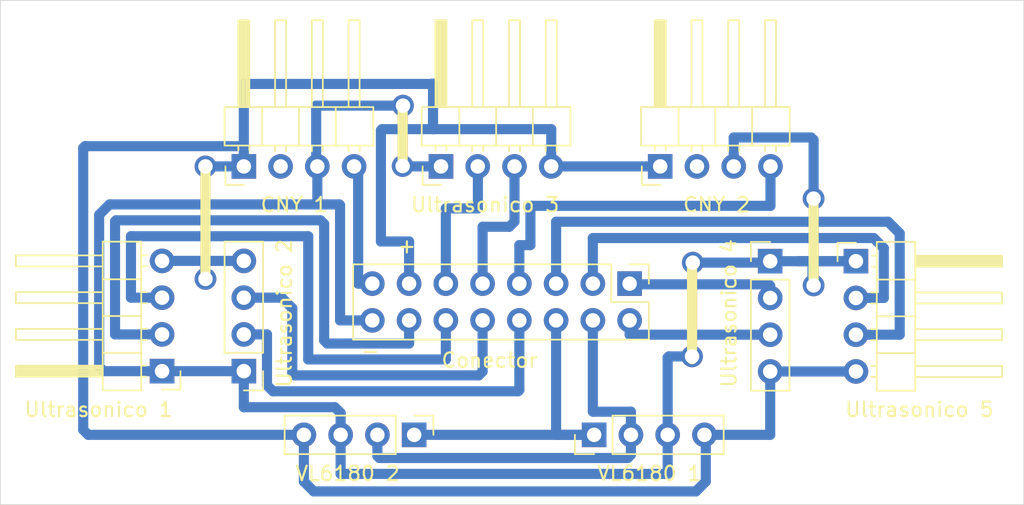
<source format=kicad_pcb>
(kicad_pcb (version 20240108) (generator "pcbnew") (generator_version "8.0")
  (layers (0 "F.Cu" signal) (31 "B.Cu" signal) (34 "B.Paste" user) (35 "F.Paste" user) (36 "B.SilkS" user "B.Silkscreen") (37 "F.SilkS" user "F.Silkscreen") (38 "B.Mask" user) (39 "F.Mask" user) (44 "Edge.Cuts" user))
  (net 0 "")
  (net 2 "GND")
  (net 3 "+5V")
  (net 5 "CNY 1")
  (net 6 "CNY 2")
  (net 7 "TRIG 3")
  (net 8 "ECHO 5")
  (net 9 "ECHO 2")
  (net 10 "TRIG 1")
  (net 11 "ECHO 1")
  (net 12 "TRIG 5")
  (net 13 "TRIG 2")
  (net 14 "ECHO 3")
  (net 15 "ECHO 4")
  (net 16 "TRIG 4")
  (net 17 "SCL")
  (net 18 "SDA")
  (footprint "Connector_PinHeader_2.54mm:PinHeader_2x08_P2.54mm_Vertical" (layer "F.Cu") (at 177.985 67.175 -90)
    (property "Reference" "Conector" (at 5.3 9.685 180) (layer "F.SilkS"))
    (property "Value" "Conexion Sensores")
    (fp_line (start -1.33 19.11) (end 3.87 19.11) (stroke (width 0.12)) (layer "F.SilkS"))
    (fp_line (start -1.33 1.27) (end -1.33 19.11) (stroke (width 0.12)) (layer "F.SilkS"))
    (fp_line (start -1.33 1.27) (end 1.27 1.27) (stroke (width 0.12)) (layer "F.SilkS"))
    (fp_line (start 1.27 1.27) (end 1.27 -1.33) (stroke (width 0.12)) (layer "F.SilkS"))
    (fp_line (start -1.33 0) (end -1.33 -1.33) (stroke (width 0.12)) (layer "F.SilkS"))
    (fp_line (start -1.33 -1.33) (end 0 -1.33) (stroke (width 0.12)) (layer "F.SilkS"))
    (fp_line (start 1.27 -1.33) (end 3.87 -1.33) (stroke (width 0.12)) (layer "F.SilkS"))
    (fp_line (start 3.87 -1.33) (end 3.87 19.11) (stroke (width 0.12)) (layer "F.SilkS"))
    (pad "1" thru_hole rect (at 0 0 270) (size 1.7 1.7) (drill 1) (layers "*.Cu" "*.Mask") (net 15 "ECHO 4"))
    (pad "2" thru_hole oval (at 2.54 0 270) (size 1.7 1.7) (drill 1) (layers "*.Cu" "*.Mask") (net 16 "TRIG 4"))
    (pad "3" thru_hole oval (at 0 2.54 270) (size 1.7 1.7) (drill 1) (layers "*.Cu" "*.Mask") (net 8 "ECHO 5"))
    (pad "4" thru_hole oval (at 2.54 2.54 270) (size 1.7 1.7) (drill 1) (layers "*.Cu" "*.Mask") (net 17 "SCL"))
    (pad "5" thru_hole oval (at 0 5.08 270) (size 1.7 1.7) (drill 1) (layers "*.Cu" "*.Mask") (net 12 "TRIG 5"))
    (pad "6" thru_hole oval (at 2.54 5.08 270) (size 1.7 1.7) (drill 1) (layers "*.Cu" "*.Mask") (net 18 "SDA"))
    (pad "7" thru_hole oval (at 0 7.62 270) (size 1.7 1.7) (drill 1) (layers "*.Cu" "*.Mask") (net 6 "CNY 2"))
    (pad "8" thru_hole oval (at 2.54 7.62 270) (size 1.7 1.7) (drill 1) (layers "*.Cu" "*.Mask") (net 9 "ECHO 2"))
    (pad "9" thru_hole oval (at 0 10.16 270) (size 1.7 1.7) (drill 1) (layers "*.Cu" "*.Mask") (net 7 "TRIG 3"))
    (pad "10" thru_hole oval (at 2.54 10.16 270) (size 1.7 1.7) (drill 1) (layers "*.Cu" "*.Mask") (net 13 "TRIG 2"))
    (pad "11" thru_hole oval (at 0 12.7 270) (size 1.7 1.7) (drill 1) (layers "*.Cu" "*.Mask") (net 14 "ECHO 3"))
    (pad "12" thru_hole oval (at 2.54 12.7 270) (size 1.7 1.7) (drill 1) (layers "*.Cu" "*.Mask") (net 10 "TRIG 1"))
    (pad "13" thru_hole oval (at 0 15.24 270) (size 1.7 1.7) (drill 1) (layers "*.Cu" "*.Mask") (net 3 "+5V"))
    (pad "14" thru_hole oval (at 2.54 15.24 270) (size 1.7 1.7) (drill 1) (layers "*.Cu" "*.Mask") (net 11 "ECHO 1"))
    (pad "15" thru_hole oval (at 0 17.78 270) (size 1.7 1.7) (drill 1) (layers "*.Cu" "*.Mask") (net 5 "CNY 1"))
    (pad "16" thru_hole oval (at 2.54 17.78 270) (size 1.7 1.7) (drill 1) (layers "*.Cu" "*.Mask") (net 2 "GND"))
  )
  (footprint "Connector_PinHeader_2.54mm:PinHeader_1x04_P2.54mm_Horizontal" (layer "F.Cu") (at 193.625 65.625)
    (property "Reference" "Ultrasonico 5" (at 4.385 10.25 0) (layer "F.SilkS"))
    (property "Value" "ULTRASONICO5")
    (fp_line (start -1.27 -1.27) (end 0 -1.27) (stroke (width 0.12)) (layer "F.SilkS"))
    (fp_line (start -1.27 0) (end -1.27 -1.27) (stroke (width 0.12)) (layer "F.SilkS"))
    (fp_line (start 1.042929 2.16) (end 1.44 2.16) (stroke (width 0.12)) (layer "F.SilkS"))
    (fp_line (start 1.042929 2.92) (end 1.44 2.92) (stroke (width 0.12)) (layer "F.SilkS"))
    (fp_line (start 1.042929 4.7) (end 1.44 4.7) (stroke (width 0.12)) (layer "F.SilkS"))
    (fp_line (start 1.042929 5.46) (end 1.44 5.46) (stroke (width 0.12)) (layer "F.SilkS"))
    (fp_line (start 1.042929 7.24) (end 1.44 7.24) (stroke (width 0.12)) (layer "F.SilkS"))
    (fp_line (start 1.042929 8) (end 1.44 8) (stroke (width 0.12)) (layer "F.SilkS"))
    (fp_line (start 1.11 -0.38) (end 1.44 -0.38) (stroke (width 0.12)) (layer "F.SilkS"))
    (fp_line (start 1.11 0.38) (end 1.44 0.38) (stroke (width 0.12)) (layer "F.SilkS"))
    (fp_line (start 1.44 -1.33) (end 1.44 8.95) (stroke (width 0.12)) (layer "F.SilkS"))
    (fp_line (start 1.44 1.27) (end 4.1 1.27) (stroke (width 0.12)) (layer "F.SilkS"))
    (fp_line (start 1.44 3.81) (end 4.1 3.81) (stroke (width 0.12)) (layer "F.SilkS"))
    (fp_line (start 1.44 6.35) (end 4.1 6.35) (stroke (width 0.12)) (layer "F.SilkS"))
    (fp_line (start 1.44 8.95) (end 4.1 8.95) (stroke (width 0.12)) (layer "F.SilkS"))
    (fp_line (start 4.1 -1.33) (end 1.44 -1.33) (stroke (width 0.12)) (layer "F.SilkS"))
    (fp_line (start 4.1 -0.38) (end 10.1 -0.38) (stroke (width 0.12)) (layer "F.SilkS"))
    (fp_line (start 4.1 -0.32) (end 10.1 -0.32) (stroke (width 0.12)) (layer "F.SilkS"))
    (fp_line (start 4.1 -0.2) (end 10.1 -0.2) (stroke (width 0.12)) (layer "F.SilkS"))
    (fp_line (start 4.1 -0.08) (end 10.1 -0.08) (stroke (width 0.12)) (layer "F.SilkS"))
    (fp_line (start 4.1 0.04) (end 10.1 0.04) (stroke (width 0.12)) (layer "F.SilkS"))
    (fp_line (start 4.1 0.16) (end 10.1 0.16) (stroke (width 0.12)) (layer "F.SilkS"))
    (fp_line (start 4.1 0.28) (end 10.1 0.28) (stroke (width 0.12)) (layer "F.SilkS"))
    (fp_line (start 4.1 2.16) (end 10.1 2.16) (stroke (width 0.12)) (layer "F.SilkS"))
    (fp_line (start 4.1 4.7) (end 10.1 4.7) (stroke (width 0.12)) (layer "F.SilkS"))
    (fp_line (start 4.1 7.24) (end 10.1 7.24) (stroke (width 0.12)) (layer "F.SilkS"))
    (fp_line (start 4.1 8.95) (end 4.1 -1.33) (stroke (width 0.12)) (layer "F.SilkS"))
    (fp_line (start 10.1 -0.38) (end 10.1 0.38) (stroke (width 0.12)) (layer "F.SilkS"))
    (fp_line (start 10.1 0.38) (end 4.1 0.38) (stroke (width 0.12)) (layer "F.SilkS"))
    (fp_line (start 10.1 2.16) (end 10.1 2.92) (stroke (width 0.12)) (layer "F.SilkS"))
    (fp_line (start 10.1 2.92) (end 4.1 2.92) (stroke (width 0.12)) (layer "F.SilkS"))
    (fp_line (start 10.1 4.7) (end 10.1 5.46) (stroke (width 0.12)) (layer "F.SilkS"))
    (fp_line (start 10.1 5.46) (end 4.1 5.46) (stroke (width 0.12)) (layer "F.SilkS"))
    (fp_line (start 10.1 7.24) (end 10.1 8) (stroke (width 0.12)) (layer "F.SilkS"))
    (fp_line (start 10.1 8) (end 4.1 8) (stroke (width 0.12)) (layer "F.SilkS"))
    (pad "1" thru_hole rect (at 0 0) (size 1.7 1.7) (drill 1) (layers "*.Cu" "*.Mask") (net 2 "GND"))
    (pad "2" thru_hole oval (at 0 2.54) (size 1.7 1.7) (drill 1) (layers "*.Cu" "*.Mask") (net 8 "ECHO 5"))
    (pad "3" thru_hole oval (at 0 5.08) (size 1.7 1.7) (drill 1) (layers "*.Cu" "*.Mask") (net 12 "TRIG 5"))
    (pad "4" thru_hole oval (at 0 7.62) (size 1.7 1.7) (drill 1) (layers "*.Cu" "*.Mask") (net 3 "+5V"))
  )
  (footprint "Connector_PinHeader_2.54mm:PinHeader_1x04_P2.54mm_Vertical" (layer "F.Cu") (at 163.095 77.625 -90)
    (property "Reference" "VL6180 2" (at 2.675 4.595 180) (layer "F.SilkS"))
    (property "Value" "VL6180 2")
    (fp_line (start -1.33 8.95) (end 1.33 8.95) (stroke (width 0.12)) (layer "F.SilkS"))
    (fp_line (start -1.33 1.27) (end -1.33 8.95) (stroke (width 0.12)) (layer "F.SilkS"))
    (fp_line (start -1.33 1.27) (end 1.33 1.27) (stroke (width 0.12)) (layer "F.SilkS"))
    (fp_line (start 1.33 1.27) (end 1.33 8.95) (stroke (width 0.12)) (layer "F.SilkS"))
    (fp_line (start -1.33 0) (end -1.33 -1.33) (stroke (width 0.12)) (layer "F.SilkS"))
    (fp_line (start -1.33 -1.33) (end 0 -1.33) (stroke (width 0.12)) (layer "F.SilkS"))
    (pad "1" thru_hole rect (at 0 0 270) (size 1.7 1.7) (drill 1) (layers "*.Cu" "*.Mask") (net 18 "SDA"))
    (pad "2" thru_hole oval (at 0 2.54 270) (size 1.7 1.7) (drill 1) (layers "*.Cu" "*.Mask") (net 17 "SCL"))
    (pad "3" thru_hole oval (at 0 5.08 270) (size 1.7 1.7) (drill 1) (layers "*.Cu" "*.Mask") (net 2 "GND"))
    (pad "4" thru_hole oval (at 0 7.62 270) (size 1.7 1.7) (drill 1) (layers "*.Cu" "*.Mask") (net 3 "+5V"))
  )
  (footprint "Connector_PinHeader_2.54mm:PinHeader_1x04_P2.54mm_Horizontal" (layer "F.Cu") (at 145.675 73.225 180)
    (property "Reference" "Ultrasonico 1" (at 4.385 -2.65 180) (layer "F.SilkS"))
    (property "Value" "ULTRASONICO1")
    (fp_line (start 10.1 8) (end 4.1 8) (stroke (width 0.12)) (layer "F.SilkS"))
    (fp_line (start 10.1 7.24) (end 10.1 8) (stroke (width 0.12)) (layer "F.SilkS"))
    (fp_line (start 10.1 5.46) (end 4.1 5.46) (stroke (width 0.12)) (layer "F.SilkS"))
    (fp_line (start 10.1 4.7) (end 10.1 5.46) (stroke (width 0.12)) (layer "F.SilkS"))
    (fp_line (start 10.1 2.92) (end 4.1 2.92) (stroke (width 0.12)) (layer "F.SilkS"))
    (fp_line (start 10.1 2.16) (end 10.1 2.92) (stroke (width 0.12)) (layer "F.SilkS"))
    (fp_line (start 10.1 0.38) (end 4.1 0.38) (stroke (width 0.12)) (layer "F.SilkS"))
    (fp_line (start 10.1 -0.38) (end 10.1 0.38) (stroke (width 0.12)) (layer "F.SilkS"))
    (fp_line (start 4.1 8.95) (end 4.1 -1.33) (stroke (width 0.12)) (layer "F.SilkS"))
    (fp_line (start 4.1 7.24) (end 10.1 7.24) (stroke (width 0.12)) (layer "F.SilkS"))
    (fp_line (start 4.1 4.7) (end 10.1 4.7) (stroke (width 0.12)) (layer "F.SilkS"))
    (fp_line (start 4.1 2.16) (end 10.1 2.16) (stroke (width 0.12)) (layer "F.SilkS"))
    (fp_line (start 4.1 0.28) (end 10.1 0.28) (stroke (width 0.12)) (layer "F.SilkS"))
    (fp_line (start 4.1 0.16) (end 10.1 0.16) (stroke (width 0.12)) (layer "F.SilkS"))
    (fp_line (start 4.1 0.04) (end 10.1 0.04) (stroke (width 0.12)) (layer "F.SilkS"))
    (fp_line (start 4.1 -0.08) (end 10.1 -0.08) (stroke (width 0.12)) (layer "F.SilkS"))
    (fp_line (start 4.1 -0.2) (end 10.1 -0.2) (stroke (width 0.12)) (layer "F.SilkS"))
    (fp_line (start 4.1 -0.32) (end 10.1 -0.32) (stroke (width 0.12)) (layer "F.SilkS"))
    (fp_line (start 4.1 -0.38) (end 10.1 -0.38) (stroke (width 0.12)) (layer "F.SilkS"))
    (fp_line (start 4.1 -1.33) (end 1.44 -1.33) (stroke (width 0.12)) (layer "F.SilkS"))
    (fp_line (start 1.44 8.95) (end 4.1 8.95) (stroke (width 0.12)) (layer "F.SilkS"))
    (fp_line (start 1.44 6.35) (end 4.1 6.35) (stroke (width 0.12)) (layer "F.SilkS"))
    (fp_line (start 1.44 3.81) (end 4.1 3.81) (stroke (width 0.12)) (layer "F.SilkS"))
    (fp_line (start 1.44 1.27) (end 4.1 1.27) (stroke (width 0.12)) (layer "F.SilkS"))
    (fp_line (start 1.44 -1.33) (end 1.44 8.95) (stroke (width 0.12)) (layer "F.SilkS"))
    (fp_line (start 1.11 0.38) (end 1.44 0.38) (stroke (width 0.12)) (layer "F.SilkS"))
    (fp_line (start 1.11 -0.38) (end 1.44 -0.38) (stroke (width 0.12)) (layer "F.SilkS"))
    (fp_line (start 1.042929 8) (end 1.44 8) (stroke (width 0.12)) (layer "F.SilkS"))
    (fp_line (start 1.042929 7.24) (end 1.44 7.24) (stroke (width 0.12)) (layer "F.SilkS"))
    (fp_line (start 1.042929 5.46) (end 1.44 5.46) (stroke (width 0.12)) (layer "F.SilkS"))
    (fp_line (start 1.042929 4.7) (end 1.44 4.7) (stroke (width 0.12)) (layer "F.SilkS"))
    (fp_line (start 1.042929 2.92) (end 1.44 2.92) (stroke (width 0.12)) (layer "F.SilkS"))
    (fp_line (start 1.042929 2.16) (end 1.44 2.16) (stroke (width 0.12)) (layer "F.SilkS"))
    (fp_line (start -1.27 0) (end -1.27 -1.27) (stroke (width 0.12)) (layer "F.SilkS"))
    (fp_line (start -1.27 -1.27) (end 0 -1.27) (stroke (width 0.12)) (layer "F.SilkS"))
    (pad "1" thru_hole rect (at 0 0 180) (size 1.7 1.7) (drill 1) (layers "*.Cu" "*.Mask") (net 2 "GND"))
    (pad "2" thru_hole oval (at 0 2.54 180) (size 1.7 1.7) (drill 1) (layers "*.Cu" "*.Mask") (net 11 "ECHO 1"))
    (pad "3" thru_hole oval (at 0 5.08 180) (size 1.7 1.7) (drill 1) (layers "*.Cu" "*.Mask") (net 10 "TRIG 1"))
    (pad "4" thru_hole oval (at 0 7.62 180) (size 1.7 1.7) (drill 1) (layers "*.Cu" "*.Mask") (net 3 "+5V"))
  )
  (footprint "Connector_PinHeader_2.54mm:PinHeader_1x04_P2.54mm_Horizontal" (layer "F.Cu") (at 164.95 59.075 90)
    (property "Reference" "Ultrasonico 3" (at -2.65 3.05 0) (layer "F.SilkS"))
    (property "Value" "ULTRASONICO3")
    (fp_line (start 4.1 -1.33) (end 1.44 -1.33) (stroke (width 0.12)) (layer "F.SilkS"))
    (fp_line (start 1.44 -1.33) (end 1.44 8.95) (stroke (width 0.12)) (layer "F.SilkS"))
    (fp_line (start -1.27 -1.27) (end 0 -1.27) (stroke (width 0.12)) (layer "F.SilkS"))
    (fp_line (start 10.1 -0.38) (end 10.1 0.38) (stroke (width 0.12)) (layer "F.SilkS"))
    (fp_line (start 4.1 -0.38) (end 10.1 -0.38) (stroke (width 0.12)) (layer "F.SilkS"))
    (fp_line (start 1.11 -0.38) (end 1.44 -0.38) (stroke (width 0.12)) (layer "F.SilkS"))
    (fp_line (start 4.1 -0.32) (end 10.1 -0.32) (stroke (width 0.12)) (layer "F.SilkS"))
    (fp_line (start 4.1 -0.2) (end 10.1 -0.2) (stroke (width 0.12)) (layer "F.SilkS"))
    (fp_line (start 4.1 -0.08) (end 10.1 -0.08) (stroke (width 0.12)) (layer "F.SilkS"))
    (fp_line (start -1.27 0) (end -1.27 -1.27) (stroke (width 0.12)) (layer "F.SilkS"))
    (fp_line (start 4.1 0.04) (end 10.1 0.04) (stroke (width 0.12)) (layer "F.SilkS"))
    (fp_line (start 4.1 0.16) (end 10.1 0.16) (stroke (width 0.12)) (layer "F.SilkS"))
    (fp_line (start 4.1 0.28) (end 10.1 0.28) (stroke (width 0.12)) (layer "F.SilkS"))
    (fp_line (start 10.1 0.38) (end 4.1 0.38) (stroke (width 0.12)) (layer "F.SilkS"))
    (fp_line (start 1.11 0.38) (end 1.44 0.38) (stroke (width 0.12)) (layer "F.SilkS"))
    (fp_line (start 1.44 1.27) (end 4.1 1.27) (stroke (width 0.12)) (layer "F.SilkS"))
    (fp_line (start 10.1 2.16) (end 10.1 2.92) (stroke (width 0.12)) (layer "F.SilkS"))
    (fp_line (start 4.1 2.16) (end 10.1 2.16) (stroke (width 0.12)) (layer "F.SilkS"))
    (fp_line (start 1.042929 2.16) (end 1.44 2.16) (stroke (width 0.12)) (layer "F.SilkS"))
    (fp_line (start 10.1 2.92) (end 4.1 2.92) (stroke (width 0.12)) (layer "F.SilkS"))
    (fp_line (start 1.042929 2.92) (end 1.44 2.92) (stroke (width 0.12)) (layer "F.SilkS"))
    (fp_line (start 1.44 3.81) (end 4.1 3.81) (stroke (width 0.12)) (layer "F.SilkS"))
    (fp_line (start 10.1 4.7) (end 10.1 5.46) (stroke (width 0.12)) (layer "F.SilkS"))
    (fp_line (start 4.1 4.7) (end 10.1 4.7) (stroke (width 0.12)) (layer "F.SilkS"))
    (fp_line (start 1.042929 4.7) (end 1.44 4.7) (stroke (width 0.12)) (layer "F.SilkS"))
    (fp_line (start 10.1 5.46) (end 4.1 5.46) (stroke (width 0.12)) (layer "F.SilkS"))
    (fp_line (start 1.042929 5.46) (end 1.44 5.46) (stroke (width 0.12)) (layer "F.SilkS"))
    (fp_line (start 1.44 6.35) (end 4.1 6.35) (stroke (width 0.12)) (layer "F.SilkS"))
    (fp_line (start 10.1 7.24) (end 10.1 8) (stroke (width 0.12)) (layer "F.SilkS"))
    (fp_line (start 4.1 7.24) (end 10.1 7.24) (stroke (width 0.12)) (layer "F.SilkS"))
    (fp_line (start 1.042929 7.24) (end 1.44 7.24) (stroke (width 0.12)) (layer "F.SilkS"))
    (fp_line (start 10.1 8) (end 4.1 8) (stroke (width 0.12)) (layer "F.SilkS"))
    (fp_line (start 1.042929 8) (end 1.44 8) (stroke (width 0.12)) (layer "F.SilkS"))
    (fp_line (start 4.1 8.95) (end 4.1 -1.33) (stroke (width 0.12)) (layer "F.SilkS"))
    (fp_line (start 1.44 8.95) (end 4.1 8.95) (stroke (width 0.12)) (layer "F.SilkS"))
    (pad "1" thru_hole rect (at 0 0 90) (size 1.7 1.7) (drill 1) (layers "*.Cu" "*.Mask") (net 2 "GND"))
    (pad "2" thru_hole oval (at 0 2.54 90) (size 1.7 1.7) (drill 1) (layers "*.Cu" "*.Mask") (net 14 "ECHO 3"))
    (pad "3" thru_hole oval (at 0 5.08 90) (size 1.7 1.7) (drill 1) (layers "*.Cu" "*.Mask") (net 7 "TRIG 3"))
    (pad "4" thru_hole oval (at 0 7.62 90) (size 1.7 1.7) (drill 1) (layers "*.Cu" "*.Mask") (net 3 "+5V"))
  )
  (footprint "Connector_PinHeader_2.54mm:PinHeader_1x04_P2.54mm_Horizontal" (layer "F.Cu") (at 180.1 59.075 90)
    (property "Reference" "CNY 2" (at -2.65 3.9 180) (layer "F.SilkS"))
    (property "Value" "CNY2")
    (fp_line (start 4.1 -1.33) (end 1.44 -1.33) (stroke (width 0.12)) (layer "F.SilkS"))
    (fp_line (start 1.44 -1.33) (end 1.44 8.95) (stroke (width 0.12)) (layer "F.SilkS"))
    (fp_line (start -1.27 -1.27) (end 0 -1.27) (stroke (width 0.12)) (layer "F.SilkS"))
    (fp_line (start 10.1 -0.38) (end 10.1 0.38) (stroke (width 0.12)) (layer "F.SilkS"))
    (fp_line (start 4.1 -0.38) (end 10.1 -0.38) (stroke (width 0.12)) (layer "F.SilkS"))
    (fp_line (start 1.11 -0.38) (end 1.44 -0.38) (stroke (width 0.12)) (layer "F.SilkS"))
    (fp_line (start 4.1 -0.32) (end 10.1 -0.32) (stroke (width 0.12)) (layer "F.SilkS"))
    (fp_line (start 4.1 -0.2) (end 10.1 -0.2) (stroke (width 0.12)) (layer "F.SilkS"))
    (fp_line (start 4.1 -0.08) (end 10.1 -0.08) (stroke (width 0.12)) (layer "F.SilkS"))
    (fp_line (start -1.27 0) (end -1.27 -1.27) (stroke (width 0.12)) (layer "F.SilkS"))
    (fp_line (start 4.1 0.04) (end 10.1 0.04) (stroke (width 0.12)) (layer "F.SilkS"))
    (fp_line (start 4.1 0.16) (end 10.1 0.16) (stroke (width 0.12)) (layer "F.SilkS"))
    (fp_line (start 4.1 0.28) (end 10.1 0.28) (stroke (width 0.12)) (layer "F.SilkS"))
    (fp_line (start 10.1 0.38) (end 4.1 0.38) (stroke (width 0.12)) (layer "F.SilkS"))
    (fp_line (start 1.11 0.38) (end 1.44 0.38) (stroke (width 0.12)) (layer "F.SilkS"))
    (fp_line (start 1.44 1.27) (end 4.1 1.27) (stroke (width 0.12)) (layer "F.SilkS"))
    (fp_line (start 10.1 2.16) (end 10.1 2.92) (stroke (width 0.12)) (layer "F.SilkS"))
    (fp_line (start 4.1 2.16) (end 10.1 2.16) (stroke (width 0.12)) (layer "F.SilkS"))
    (fp_line (start 1.042929 2.16) (end 1.44 2.16) (stroke (width 0.12)) (layer "F.SilkS"))
    (fp_line (start 10.1 2.92) (end 4.1 2.92) (stroke (width 0.12)) (layer "F.SilkS"))
    (fp_line (start 1.042929 2.92) (end 1.44 2.92) (stroke (width 0.12)) (layer "F.SilkS"))
    (fp_line (start 1.44 3.81) (end 4.1 3.81) (stroke (width 0.12)) (layer "F.SilkS"))
    (fp_line (start 10.1 4.7) (end 10.1 5.46) (stroke (width 0.12)) (layer "F.SilkS"))
    (fp_line (start 4.1 4.7) (end 10.1 4.7) (stroke (width 0.12)) (layer "F.SilkS"))
    (fp_line (start 1.042929 4.7) (end 1.44 4.7) (stroke (width 0.12)) (layer "F.SilkS"))
    (fp_line (start 10.1 5.46) (end 4.1 5.46) (stroke (width 0.12)) (layer "F.SilkS"))
    (fp_line (start 1.042929 5.46) (end 1.44 5.46) (stroke (width 0.12)) (layer "F.SilkS"))
    (fp_line (start 1.44 6.35) (end 4.1 6.35) (stroke (width 0.12)) (layer "F.SilkS"))
    (fp_line (start 10.1 7.24) (end 10.1 8) (stroke (width 0.12)) (layer "F.SilkS"))
    (fp_line (start 4.1 7.24) (end 10.1 7.24) (stroke (width 0.12)) (layer "F.SilkS"))
    (fp_line (start 1.042929 7.24) (end 1.44 7.24) (stroke (width 0.12)) (layer "F.SilkS"))
    (fp_line (start 10.1 8) (end 4.1 8) (stroke (width 0.12)) (layer "F.SilkS"))
    (fp_line (start 1.042929 8) (end 1.44 8) (stroke (width 0.12)) (layer "F.SilkS"))
    (fp_line (start 4.1 8.95) (end 4.1 -1.33) (stroke (width 0.12)) (layer "F.SilkS"))
    (fp_line (start 1.44 8.95) (end 4.1 8.95) (stroke (width 0.12)) (layer "F.SilkS"))
    (pad "1" thru_hole rect (at 0 0 90) (size 1.7 1.7) (drill 1) (layers "*.Cu" "*.Mask") (net 3 "+5V"))
    (pad "2" thru_hole oval (at 0 2.54 90) (size 1.7 1.7) (drill 1) (layers "*.Cu" "*.Mask"))
    (pad "3" thru_hole oval (at 0 5.08 90) (size 1.7 1.7) (drill 1) (layers "*.Cu" "*.Mask") (net 2 "GND"))
    (pad "4" thru_hole oval (at 0 7.62 90) (size 1.7 1.7) (drill 1) (layers "*.Cu" "*.Mask") (net 6 "CNY 2"))
  )
  (footprint "Connector_PinHeader_2.54mm:PinHeader_1x04_P2.54mm_Vertical" (layer "F.Cu") (at 151.325 73.225 180)
    (property "Reference" "Ultrasonico 2" (at -2.8 4 -90) (layer "F.SilkS"))
    (property "Value" "ULTRASONICO2")
    (fp_line (start 1.33 1.27) (end 1.33 8.95) (stroke (width 0.12)) (layer "F.SilkS"))
    (fp_line (start -1.33 8.95) (end 1.33 8.95) (stroke (width 0.12)) (layer "F.SilkS"))
    (fp_line (start -1.33 1.27) (end 1.33 1.27) (stroke (width 0.12)) (layer "F.SilkS"))
    (fp_line (start -1.33 1.27) (end -1.33 8.95) (stroke (width 0.12)) (layer "F.SilkS"))
    (fp_line (start -1.33 0) (end -1.33 -1.33) (stroke (width 0.12)) (layer "F.SilkS"))
    (fp_line (start -1.33 -1.33) (end 0 -1.33) (stroke (width 0.12)) (layer "F.SilkS"))
    (pad "1" thru_hole rect (at 0 0 180) (size 1.7 1.7) (drill 1) (layers "*.Cu" "*.Mask") (net 2 "GND"))
    (pad "2" thru_hole oval (at 0 2.54 180) (size 1.7 1.7) (drill 1) (layers "*.Cu" "*.Mask") (net 9 "ECHO 2"))
    (pad "3" thru_hole oval (at 0 5.08 180) (size 1.7 1.7) (drill 1) (layers "*.Cu" "*.Mask") (net 13 "TRIG 2"))
    (pad "4" thru_hole oval (at 0 7.62 180) (size 1.7 1.7) (drill 1) (layers "*.Cu" "*.Mask") (net 3 "+5V"))
  )
  (footprint "Connector_PinHeader_2.54mm:PinHeader_1x04_P2.54mm_Vertical" (layer "F.Cu") (at 187.7 65.625)
    (property "Reference" "Ultrasonico 4" (at -2.85 3.6 -90) (layer "F.SilkS"))
    (property "Value" "ULTRASONICO4")
    (fp_line (start -1.33 -1.33) (end 0 -1.33) (stroke (width 0.12)) (layer "F.SilkS"))
    (fp_line (start -1.33 0) (end -1.33 -1.33) (stroke (width 0.12)) (layer "F.SilkS"))
    (fp_line (start -1.33 1.27) (end -1.33 8.95) (stroke (width 0.12)) (layer "F.SilkS"))
    (fp_line (start -1.33 1.27) (end 1.33 1.27) (stroke (width 0.12)) (layer "F.SilkS"))
    (fp_line (start -1.33 8.95) (end 1.33 8.95) (stroke (width 0.12)) (layer "F.SilkS"))
    (fp_line (start 1.33 1.27) (end 1.33 8.95) (stroke (width 0.12)) (layer "F.SilkS"))
    (pad "1" thru_hole rect (at 0 0) (size 1.7 1.7) (drill 1) (layers "*.Cu" "*.Mask") (net 2 "GND"))
    (pad "2" thru_hole oval (at 0 2.54) (size 1.7 1.7) (drill 1) (layers "*.Cu" "*.Mask") (net 15 "ECHO 4"))
    (pad "3" thru_hole oval (at 0 5.08) (size 1.7 1.7) (drill 1) (layers "*.Cu" "*.Mask") (net 16 "TRIG 4"))
    (pad "4" thru_hole oval (at 0 7.62) (size 1.7 1.7) (drill 1) (layers "*.Cu" "*.Mask") (net 3 "+5V"))
  )
  (footprint "Connector_PinHeader_2.54mm:PinHeader_1x04_P2.54mm_Horizontal" (layer "F.Cu") (at 151.325 59.075 90)
    (property "Reference" "CNY 1" (at -2.65 3.475 0) (layer "F.SilkS"))
    (property "Value" "CNY1")
    (fp_line (start 4.1 -1.33) (end 1.44 -1.33) (stroke (width 0.12)) (layer "F.SilkS"))
    (fp_line (start 1.44 -1.33) (end 1.44 8.95) (stroke (width 0.12)) (layer "F.SilkS"))
    (fp_line (start -1.27 -1.27) (end 0 -1.27) (stroke (width 0.12)) (layer "F.SilkS"))
    (fp_line (start 10.1 -0.38) (end 10.1 0.38) (stroke (width 0.12)) (layer "F.SilkS"))
    (fp_line (start 4.1 -0.38) (end 10.1 -0.38) (stroke (width 0.12)) (layer "F.SilkS"))
    (fp_line (start 1.11 -0.38) (end 1.44 -0.38) (stroke (width 0.12)) (layer "F.SilkS"))
    (fp_line (start 4.1 -0.32) (end 10.1 -0.32) (stroke (width 0.12)) (layer "F.SilkS"))
    (fp_line (start 4.1 -0.2) (end 10.1 -0.2) (stroke (width 0.12)) (layer "F.SilkS"))
    (fp_line (start 4.1 -0.08) (end 10.1 -0.08) (stroke (width 0.12)) (layer "F.SilkS"))
    (fp_line (start -1.27 0) (end -1.27 -1.27) (stroke (width 0.12)) (layer "F.SilkS"))
    (fp_line (start 4.1 0.04) (end 10.1 0.04) (stroke (width 0.12)) (layer "F.SilkS"))
    (fp_line (start 4.1 0.16) (end 10.1 0.16) (stroke (width 0.12)) (layer "F.SilkS"))
    (fp_line (start 4.1 0.28) (end 10.1 0.28) (stroke (width 0.12)) (layer "F.SilkS"))
    (fp_line (start 10.1 0.38) (end 4.1 0.38) (stroke (width 0.12)) (layer "F.SilkS"))
    (fp_line (start 1.11 0.38) (end 1.44 0.38) (stroke (width 0.12)) (layer "F.SilkS"))
    (fp_line (start 1.44 1.27) (end 4.1 1.27) (stroke (width 0.12)) (layer "F.SilkS"))
    (fp_line (start 10.1 2.16) (end 10.1 2.92) (stroke (width 0.12)) (layer "F.SilkS"))
    (fp_line (start 4.1 2.16) (end 10.1 2.16) (stroke (width 0.12)) (layer "F.SilkS"))
    (fp_line (start 1.042929 2.16) (end 1.44 2.16) (stroke (width 0.12)) (layer "F.SilkS"))
    (fp_line (start 10.1 2.92) (end 4.1 2.92) (stroke (width 0.12)) (layer "F.SilkS"))
    (fp_line (start 1.042929 2.92) (end 1.44 2.92) (stroke (width 0.12)) (layer "F.SilkS"))
    (fp_line (start 1.44 3.81) (end 4.1 3.81) (stroke (width 0.12)) (layer "F.SilkS"))
    (fp_line (start 10.1 4.7) (end 10.1 5.46) (stroke (width 0.12)) (layer "F.SilkS"))
    (fp_line (start 4.1 4.7) (end 10.1 4.7) (stroke (width 0.12)) (layer "F.SilkS"))
    (fp_line (start 1.042929 4.7) (end 1.44 4.7) (stroke (width 0.12)) (layer "F.SilkS"))
    (fp_line (start 10.1 5.46) (end 4.1 5.46) (stroke (width 0.12)) (layer "F.SilkS"))
    (fp_line (start 1.042929 5.46) (end 1.44 5.46) (stroke (width 0.12)) (layer "F.SilkS"))
    (fp_line (start 1.44 6.35) (end 4.1 6.35) (stroke (width 0.12)) (layer "F.SilkS"))
    (fp_line (start 10.1 7.24) (end 10.1 8) (stroke (width 0.12)) (layer "F.SilkS"))
    (fp_line (start 4.1 7.24) (end 10.1 7.24) (stroke (width 0.12)) (layer "F.SilkS"))
    (fp_line (start 1.042929 7.24) (end 1.44 7.24) (stroke (width 0.12)) (layer "F.SilkS"))
    (fp_line (start 10.1 8) (end 4.1 8) (stroke (width 0.12)) (layer "F.SilkS"))
    (fp_line (start 1.042929 8) (end 1.44 8) (stroke (width 0.12)) (layer "F.SilkS"))
    (fp_line (start 4.1 8.95) (end 4.1 -1.33) (stroke (width 0.12)) (layer "F.SilkS"))
    (fp_line (start 1.44 8.95) (end 4.1 8.95) (stroke (width 0.12)) (layer "F.SilkS"))
    (pad "1" thru_hole rect (at 0 0 90) (size 1.7 1.7) (drill 1) (layers "*.Cu" "*.Mask") (net 3 "+5V"))
    (pad "2" thru_hole oval (at 0 2.54 90) (size 1.7 1.7) (drill 1) (layers "*.Cu" "*.Mask"))
    (pad "3" thru_hole oval (at 0 5.08 90) (size 1.7 1.7) (drill 1) (layers "*.Cu" "*.Mask") (net 2 "GND"))
    (pad "4" thru_hole oval (at 0 7.62 90) (size 1.7 1.7) (drill 1) (layers "*.Cu" "*.Mask") (net 5 "CNY 1"))
  )
  (footprint "Connector_PinHeader_2.54mm:PinHeader_1x04_P2.54mm_Vertical" (layer "F.Cu") (at 175.535 77.625 90)
    (property "Reference" "VL6180 1" (at -2.675 3.815 0) (layer "F.SilkS"))
    (property "Value" "VL6180 1")
    (fp_line (start -1.33 -1.33) (end 0 -1.33) (stroke (width 0.12)) (layer "F.SilkS"))
    (fp_line (start -1.33 0) (end -1.33 -1.33) (stroke (width 0.12)) (layer "F.SilkS"))
    (fp_line (start 1.33 1.27) (end 1.33 8.95) (stroke (width 0.12)) (layer "F.SilkS"))
    (fp_line (start -1.33 1.27) (end 1.33 1.27) (stroke (width 0.12)) (layer "F.SilkS"))
    (fp_line (start -1.33 1.27) (end -1.33 8.95) (stroke (width 0.12)) (layer "F.SilkS"))
    (fp_line (start -1.33 8.95) (end 1.33 8.95) (stroke (width 0.12)) (layer "F.SilkS"))
    (pad "1" thru_hole rect (at 0 0 90) (size 1.7 1.7) (drill 1) (layers "*.Cu" "*.Mask") (net 18 "SDA"))
    (pad "2" thru_hole oval (at 0 2.54 90) (size 1.7 1.7) (drill 1) (layers "*.Cu" "*.Mask") (net 17 "SCL"))
    (pad "3" thru_hole oval (at 0 5.08 90) (size 1.7 1.7) (drill 1) (layers "*.Cu" "*.Mask") (net 2 "GND"))
    (pad "4" thru_hole oval (at 0 7.62 90) (size 1.7 1.7) (drill 1) (layers "*.Cu" "*.Mask") (net 3 "+5V"))
  )
  (gr_line (start 162.3 59.0625) (end 162.3 54.75) (stroke (width 0.7)) (layer "F.SilkS"))
  (gr_line (start 182.3 72.4) (end 182.3 65.75) (stroke (width 0.7)) (layer "F.SilkS"))
  (gr_line (start 190.7 67.35) (end 190.7 61.225) (stroke (width 0.7)) (layer "F.SilkS"))
  (gr_line (start 148.675 66.925) (end 148.675 59.15) (stroke (width 0.7)) (layer "F.SilkS"))
  (gr_rect (start 134.5 47.6) (end 205.225 82.45) (stroke (width 0.05)) (fill none) (layer "Edge.Cuts"))
  (gr_text "-" (at 159.35 72.4 0) (layer "F.SilkS") (effects (font (size 1 1)) (justify left bottom)))
  (gr_text "+" (at 161.875 65.15 0) (layer "F.SilkS") (effects (font (size 1 1)) (justify left bottom)))
  (segment (start 190.7 67.3) (end 190.7 61.3) (width 0.7) (layer "F.Cu") (net 2))
  (segment (start 182.3 65.775) (end 182.35 65.725) (width 0.7) (layer "F.Cu") (net 2))
  (segment (start 182.3 72.205) (end 182.3 65.775) (width 0.7) (layer "F.Cu") (net 2))
  (segment (start 162.3 54.9) (end 162.325 54.875) (width 0.7) (layer "F.Cu") (net 2))
  (segment (start 162.3 59.05) (end 162.3 54.9) (width 0.7) (layer "F.Cu") (net 2))
  (via (at 190.7 67.3) (size 1.5) (drill 1) (layers "F.Cu" "B.Cu") (net 2))
  (via (at 162.325 54.875) (size 1.5) (drill 1) (layers "F.Cu" "B.Cu") (net 2))
  (via (at 182.35 65.725) (size 1.5) (drill 1) (layers "F.Cu" "B.Cu") (net 2))
  (via (at 190.7 61.3) (size 1.5) (drill 1) (layers "F.Cu" "B.Cu") (net 2))
  (via (at 162.3 59.05) (size 1.5) (drill 1) (layers "F.Cu" "B.Cu") (net 2))
  (via (at 182.3 72.205) (size 1.5) (drill 1) (layers "F.Cu" "B.Cu") (net 2))
  (segment (start 190.625 65.625) (end 189.625 65.625) (width 0.7) (layer "B.Cu") (net 2))
  (segment (start 156.405 59.075) (end 156.405 61.641) (width 0.7) (layer "B.Cu") (net 2))
  (segment (start 141.325 72.925) (end 141.625 73.225) (width 0.7) (layer "B.Cu") (net 2))
  (segment (start 156.405 59.075) (end 156.325 58.995) (width 0.7) (layer "B.Cu") (net 2))
  (segment (start 185.18 57.075) (end 185.18 59.075) (width 0.7) (layer "B.Cu") (net 2))
  (segment (start 164.95 59.075) (end 162.325 59.075) (width 0.7) (layer "B.Cu") (net 2))
  (segment (start 180.615 80.325) (end 158.015 80.325) (width 0.7) (layer "B.Cu") (net 2))
  (segment (start 142.044365 61.7) (end 141.325 62.419365) (width 0.7) (layer "B.Cu") (net 2))
  (segment (start 190.625 65.625) (end 190.625 67.225) (width 0.7) (layer "B.Cu") (net 2))
  (segment (start 190.7 57.25) (end 190.525 57.075) (width 0.7) (layer "B.Cu") (net 2))
  (segment (start 157.975 69.715) (end 157.975 61.75) (width 0.7) (layer "B.Cu") (net 2))
  (segment (start 158.015 80.325) (end 158.015 77.625) (width 0.7) (layer "B.Cu") (net 2))
  (segment (start 156.325 54.875) (end 162.325 54.875) (width 0.7) (layer "B.Cu") (net 2))
  (segment (start 190.625 67.225) (end 190.7 67.3) (width 0.7) (layer "B.Cu") (net 2))
  (segment (start 157.975 61.75) (end 157.925 61.7) (width 0.7) (layer "B.Cu") (net 2))
  (segment (start 158.015 76.115) (end 157.615 75.715) (width 0.7) (layer "B.Cu") (net 2))
  (segment (start 180.615 77.625) (end 180.615 80.325) (width 0.7) (layer "B.Cu") (net 2))
  (segment (start 158.015 77.625) (end 158.015 76.115) (width 0.7) (layer "B.Cu") (net 2))
  (segment (start 156.405 61.641) (end 156.464 61.7) (width 0.7) (layer "B.Cu") (net 2))
  (segment (start 151.325 75.715) (end 151.325 73.225) (width 0.7) (layer "B.Cu") (net 2))
  (segment (start 157.615 75.715) (end 151.325 75.715) (width 0.7) (layer "B.Cu") (net 2))
  (segment (start 157.925 61.7) (end 156.464 61.7) (width 0.7) (layer "B.Cu") (net 2))
  (segment (start 156.464 61.7) (end 142.044365 61.7) (width 0.7) (layer "B.Cu") (net 2))
  (segment (start 145.675 73.225) (end 151.325 73.225) (width 0.7) (layer "B.Cu") (net 2))
  (segment (start 190.525 57.075) (end 185.18 57.075) (width 0.7) (layer "B.Cu") (net 2))
  (segment (start 180.615 72.285) (end 180.695 72.205) (width 0.7) (layer "B.Cu") (net 2))
  (segment (start 156.325 58.995) (end 156.325 54.875) (width 0.7) (layer "B.Cu") (net 2))
  (segment (start 182.35 65.725) (end 187.6 65.725) (width 0.7) (layer "B.Cu") (net 2))
  (segment (start 190.7 61.3) (end 190.7 57.25) (width 0.7) (layer "B.Cu") (net 2))
  (segment (start 162.325 59.075) (end 162.3 59.05) (width 0.7) (layer "B.Cu") (net 2))
  (segment (start 187.6 65.725) (end 187.7 65.625) (width 0.7) (layer "B.Cu") (net 2))
  (segment (start 141.625 73.225) (end 145.675 73.225) (width 0.7) (layer "B.Cu") (net 2))
  (segment (start 160.205 69.715) (end 157.975 69.715) (width 0.7) (layer "B.Cu") (net 2))
  (segment (start 180.615 77.625) (end 180.615 72.285) (width 0.7) (layer "B.Cu") (net 2))
  (segment (start 193.625 65.625) (end 187.7 65.625) (width 0.7) (layer "B.Cu") (net 2))
  (segment (start 141.325 62.419365) (end 141.325 72.925) (width 0.7) (layer "B.Cu") (net 2))
  (segment (start 193.625 65.625) (end 190.625 65.625) (width 0.7) (layer "B.Cu") (net 2))
  (segment (start 180.695 72.205) (end 182.3 72.205) (width 0.7) (layer "B.Cu") (net 2))
  (segment (start 148.675 66.85) (end 148.675 59.075) (width 0.7) (layer "F.Cu") (net 3))
  (via (at 148.675 59.075) (size 1.5) (drill 1) (layers "F.Cu" "B.Cu") (net 3))
  (via (at 148.675 66.85) (size 1.5) (drill 1) (layers "F.Cu" "B.Cu") (net 3))
  (segment (start 183.25 77.72) (end 183.25 80.85) (width 0.7) (layer "B.Cu") (net 3))
  (segment (start 140.35 57.675) (end 151.325 57.675) (width 0.7) (layer "B.Cu") (net 3))
  (segment (start 155.475 77.625) (end 140.575 77.625) (width 0.7) (layer "B.Cu") (net 3))
  (segment (start 155.475 80.85) (end 155.475 77.625) (width 0.7) (layer "B.Cu") (net 3))
  (segment (start 148.675 59.075) (end 151.325 59.075) (width 0.7) (layer "B.Cu") (net 3))
  (segment (start 183.155 77.625) (end 183.25 77.72) (width 0.7) (layer "B.Cu") (net 3))
  (segment (start 160.8 64.262) (end 160.8 56.575) (width 0.7) (layer "B.Cu") (net 3))
  (segment (start 162.745 64.262) (end 160.8 64.262) (width 0.7) (layer "B.Cu") (net 3))
  (segment (start 172.57 56.5) (end 172.57 59.075) (width 0.7) (layer "B.Cu") (net 3))
  (segment (start 140.225 77.275) (end 140.225 57.8) (width 0.7) (layer "B.Cu") (net 3))
  (segment (start 180.1 59.075) (end 172.57 59.075) (width 0.7) (layer "B.Cu") (net 3))
  (segment (start 145.675 65.605) (end 148.65 65.605) (width 0.7) (layer "B.Cu") (net 3))
  (segment (start 182.566 81.534) (end 156.159 81.534) (width 0.7) (layer "B.Cu") (net 3))
  (segment (start 156.159 81.534) (end 155.475 80.85) (width 0.7) (layer "B.Cu") (net 3))
  (segment (start 164.4 53.375) (end 164.4 56.5) (width 0.7) (layer "B.Cu") (net 3))
  (segment (start 187.7 73.245) (end 193.625 73.245) (width 0.7) (layer "B.Cu") (net 3))
  (segment (start 164.35 53.375) (end 164.375 53.35) (width 0.7) (layer "B.Cu") (net 3))
  (segment (start 148.65 66.825) (end 148.675 66.85) (width 0.7) (layer "B.Cu") (net 3))
  (segment (start 151.325 57.675) (end 151.325 53.375) (width 0.7) (layer "B.Cu") (net 3))
  (segment (start 140.225 57.8) (end 140.35 57.675) (width 0.7) (layer "B.Cu") (net 3))
  (segment (start 148.65 65.605) (end 151.325 65.605) (width 0.7) (layer "B.Cu") (net 3))
  (segment (start 151.325 59.075) (end 151.325 57.675) (width 0.7) (layer "B.Cu") (net 3))
  (segment (start 187.7 73.245) (end 187.7 77.625) (width 0.7) (layer "B.Cu") (net 3))
  (segment (start 164.4 56.5) (end 172.57 56.5) (width 0.7) (layer "B.Cu") (net 3))
  (segment (start 162.745 67.175) (end 162.745 64.262) (width 0.7) (layer "B.Cu") (net 3))
  (segment (start 151.325 53.375) (end 164.35 53.375) (width 0.7) (layer "B.Cu") (net 3))
  (segment (start 160.8 56.575) (end 160.875 56.5) (width 0.7) (layer "B.Cu") (net 3))
  (segment (start 148.65 65.605) (end 148.65 66.825) (width 0.7) (layer "B.Cu") (net 3))
  (segment (start 140.575 77.625) (end 140.225 77.275) (width 0.7) (layer "B.Cu") (net 3))
  (segment (start 164.375 53.35) (end 164.4 53.375) (width 0.7) (layer "B.Cu") (net 3))
  (segment (start 187.7 77.625) (end 183.155 77.625) (width 0.7) (layer "B.Cu") (net 3))
  (segment (start 160.875 56.5) (end 164.4 56.5) (width 0.7) (layer "B.Cu") (net 3))
  (segment (start 183.25 80.85) (end 182.566 81.534) (width 0.7) (layer "B.Cu") (net 3))
  (segment (start 159.225 67.175) (end 160.205 67.175) (width 0.7) (layer "B.Cu") (net 5))
  (segment (start 159.225 59.355) (end 159.225 67.175) (width 0.7) (layer "B.Cu") (net 5))
  (segment (start 158.945 59.075) (end 159.225 59.355) (width 0.7) (layer "B.Cu") (net 5))
  (segment (start 171.13 64.516) (end 171.13 61.875) (width 0.7) (layer "B.Cu") (net 6))
  (segment (start 170.365 67.175) (end 170.365 64.516) (width 0.7) (layer "B.Cu") (net 6))
  (segment (start 171.13 61.875) (end 171.205 61.8) (width 0.7) (layer "B.Cu") (net 6))
  (segment (start 171.13 64.516) (end 170.365 64.516) (width 0.7) (layer "B.Cu") (net 6))
  (segment (start 187.72 61.8) (end 187.72 59.075) (width 0.7) (layer "B.Cu") (net 6))
  (segment (start 171.205 61.8) (end 187.72 61.8) (width 0.7) (layer "B.Cu") (net 6))
  (segment (start 167.825 67.175) (end 167.825 63.246) (width 0.7) (layer "B.Cu") (net 7))
  (segment (start 167.825 63.246) (end 169.672 63.246) (width 0.7) (layer "B.Cu") (net 7))
  (segment (start 170.03 62.888) (end 170.03 59.075) (width 0.7) (layer "B.Cu") (net 7))
  (segment (start 169.672 63.246) (end 170.03 62.888) (width 0.7) (layer "B.Cu") (net 7))
  (segment (start 195.55 68.165) (end 193.625 68.165) (width 0.7) (layer "B.Cu") (net 8))
  (segment (start 175.445 64.025) (end 194.85 64.025) (width 0.7) (layer "B.Cu") (net 8))
  (segment (start 175.445 67.175) (end 175.445 64.025) (width 0.7) (layer "B.Cu") (net 8))
  (segment (start 194.85 64.025) (end 195.55 64.725) (width 0.7) (layer "B.Cu") (net 8))
  (segment (start 195.55 64.725) (end 195.55 68.165) (width 0.7) (layer "B.Cu") (net 8))
  (segment (start 152.925 70.685) (end 151.325 70.685) (width 0.7) (layer "B.Cu") (net 9))
  (segment (start 170.365 69.715) (end 170.365 74.525) (width 0.7) (layer "B.Cu") (net 9))
  (segment (start 152.925 74.2) (end 152.925 70.685) (width 0.7) (layer "B.Cu") (net 9))
  (segment (start 170.365 74.525) (end 170.275 74.615) (width 0.7) (layer "B.Cu") (net 9))
  (segment (start 170.275 74.615) (end 153.34 74.615) (width 0.7) (layer "B.Cu") (net 9))
  (segment (start 153.34 74.615) (end 152.925 74.2) (width 0.7) (layer "B.Cu") (net 9))
  (segment (start 143.525 63.9) (end 155.775 63.9) (width 0.7) (layer "B.Cu") (net 10))
  (segment (start 165.285 72.415) (end 165.285 69.715) (width 0.7) (layer "B.Cu") (net 10))
  (segment (start 145.675 68.145) (end 143.525 68.145) (width 0.7) (layer "B.Cu") (net 10))
  (segment (start 155.775 63.9) (end 155.775 72.415) (width 0.7) (layer "B.Cu") (net 10))
  (segment (start 143.525 68.145) (end 143.525 63.9) (width 0.7) (layer "B.Cu") (net 10))
  (segment (start 155.775 72.415) (end 165.285 72.415) (width 0.7) (layer "B.Cu") (net 10))
  (segment (start 145.675 70.685) (end 142.425 70.685) (width 0.7) (layer "B.Cu") (net 11))
  (segment (start 157.09 71.315) (end 162.745 71.315) (width 0.7) (layer "B.Cu") (net 11))
  (segment (start 142.5 62.8) (end 156.625 62.8) (width 0.7) (layer "B.Cu") (net 11))
  (segment (start 156.875 71.1) (end 157.09 71.315) (width 0.7) (layer "B.Cu") (net 11))
  (segment (start 162.745 71.315) (end 162.745 69.715) (width 0.7) (layer "B.Cu") (net 11))
  (segment (start 142.425 62.875) (end 142.5 62.8) (width 0.7) (layer "B.Cu") (net 11))
  (segment (start 156.875 63.05) (end 156.875 71.1) (width 0.7) (layer "B.Cu") (net 11))
  (segment (start 156.625 62.8) (end 156.875 63.05) (width 0.7) (layer "B.Cu") (net 11))
  (segment (start 142.425 70.685) (end 142.425 62.875) (width 0.7) (layer "B.Cu") (net 11))
  (segment (start 193.625 70.705) (end 196.65 70.705) (width 0.7) (layer "B.Cu") (net 12))
  (segment (start 196.65 70.705) (end 196.65 63.7) (width 0.7) (layer "B.Cu") (net 12))
  (segment (start 172.905 62.9) (end 172.905 67.175) (width 0.7) (layer "B.Cu") (net 12))
  (segment (start 195.85 62.9) (end 172.905 62.9) (width 0.7) (layer "B.Cu") (net 12))
  (segment (start 196.65 63.7) (end 195.85 62.9) (width 0.7) (layer "B.Cu") (net 12))
  (segment (start 167.825 73.25) (end 167.825 69.715) (width 0.7) (layer "B.Cu") (net 13))
  (segment (start 154.675 73.35) (end 154.84 73.515) (width 0.7) (layer "B.Cu") (net 13))
  (segment (start 167.56 73.515) (end 167.825 73.25) (width 0.7) (layer "B.Cu") (net 13))
  (segment (start 153.945 68.145) (end 154.675 68.875) (width 0.7) (layer "B.Cu") (net 13))
  (segment (start 154.675 68.875) (end 154.675 73.35) (width 0.7) (layer "B.Cu") (net 13))
  (segment (start 151.325 68.145) (end 153.945 68.145) (width 0.7) (layer "B.Cu") (net 13))
  (segment (start 154.84 73.515) (end 167.56 73.515) (width 0.7) (layer "B.Cu") (net 13))
  (segment (start 165.285 61.976) (end 165.285 67.175) (width 0.7) (layer "B.Cu") (net 14))
  (segment (start 167.5 61.976) (end 165.285 61.976) (width 0.7) (layer "B.Cu") (net 14))
  (segment (start 167.5 59.085) (end 167.5 61.976) (width 0.7) (layer "B.Cu") (net 14))
  (segment (start 167.49 59.075) (end 167.5 59.085) (width 0.7) (layer "B.Cu") (net 14))
  (segment (start 178.035 67.225) (end 187.6 67.225) (width 0.7) (layer "B.Cu") (net 15))
  (segment (start 187.7 67.325) (end 187.7 68.165) (width 0.7) (layer "B.Cu") (net 15))
  (segment (start 177.985 67.175) (end 178.035 67.225) (width 0.7) (layer "B.Cu") (net 15))
  (segment (start 187.6 67.225) (end 187.7 67.325) (width 0.7) (layer "B.Cu") (net 15))
  (segment (start 187.7 70.705) (end 177.985 70.705) (width 0.7) (layer "B.Cu") (net 16))
  (segment (start 177.985 70.705) (end 177.985 69.715) (width 0.7) (layer "B.Cu") (net 16))
  (segment (start 178.075 76.025) (end 178.075 77.625) (width 0.7) (layer "B.Cu") (net 17))
  (segment (start 178.075 77.625) (end 178.075 79) (width 0.7) (layer "B.Cu") (net 17))
  (segment (start 175.445 76.01) (end 175.445 69.715) (width 0.7) (layer "B.Cu") (net 17))
  (segment (start 160.555 79.08) (end 160.555 77.625) (width 0.7) (layer "B.Cu") (net 17))
  (segment (start 160.7 79.225) (end 160.555 79.08) (width 0.7) (layer "B.Cu") (net 17))
  (segment (start 175.46 76.025) (end 178.075 76.025) (width 0.7) (layer "B.Cu") (net 17))
  (segment (start 178.075 79) (end 177.85 79.225) (width 0.7) (layer "B.Cu") (net 17))
  (segment (start 177.85 79.225) (end 160.7 79.225) (width 0.7) (layer "B.Cu") (net 17))
  (segment (start 175.46 76.025) (end 175.445 76.01) (width 0.7) (layer "B.Cu") (net 17))
  (segment (start 172.95 77.625) (end 175.535 77.625) (width 0.7) (layer "B.Cu") (net 18))
  (segment (start 163.095 77.625) (end 175.535 77.625) (width 0.7) (layer "B.Cu") (net 18))
  (segment (start 172.905 69.715) (end 172.905 77.58) (width 0.7) (layer "B.Cu") (net 18))
  (segment (start 172.905 77.58) (end 172.95 77.625) (width 0.7) (layer "B.Cu") (net 18))
)
</source>
